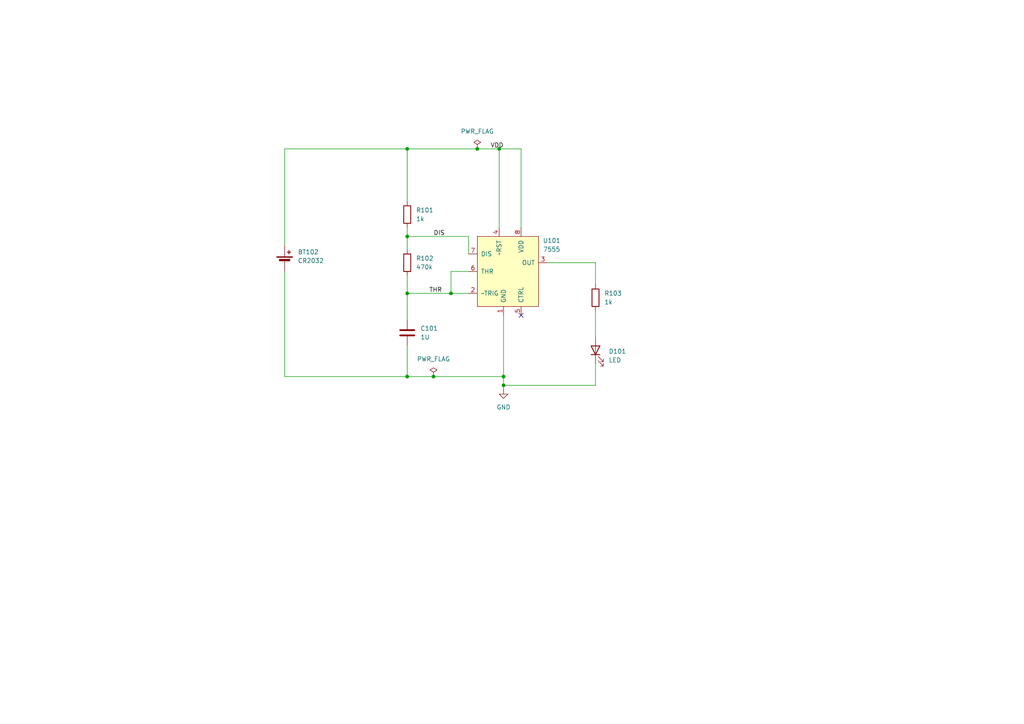
<source format=kicad_sch>
(kicad_sch (version 20250114) (generator "eeschema") (generator_version "9.0")
  (paper "A4")
  (lib_symbols
    (symbol "7555:7555" (pin_names (offset 1.016))
      (property "Reference" "U" (at 0 -3.302 0))
      (property "Value" "7555" (at 0 0 0))
      (symbol "7555_1_1"
        (rectangle (start -8.89 8.89) (end 8.89 -11.43) (fill (type background)))
        (pin input line (at -11.43 3.81 0) (length 2.54) (name "DIS") (number "7"))
        (pin input line (at -11.43 -1.27 0) (length 2.54) (name "THR") (number "6"))
        (pin input line (at -11.43 -7.62 0) (length 2.54) (name "~TRIG") (number "2"))
        (pin input line (at -2.54 11.43 270) (length 2.54) (name "~RST") (number "4"))
        (pin power_in line (at -1.27 -13.97 90) (length 2.54) (name "GND") (number "1"))
        (pin power_in line (at 3.81 11.43 270) (length 2.54) (name "VDD") (number "8"))
        (pin input line (at 3.81 -13.97 90) (length 2.54) (name "CTRL") (number "5"))
        (pin output line (at 11.43 1.27 180) (length 2.54) (name "OUT") (number "3"))
      )
    )
    (symbol "Device:Battery_Cell" (pin_numbers (hide yes)) (pin_names (offset 0) (hide yes))
      (property "Reference" "BT" (at 2.54 2.54 0))
      (property "Value" "Battery_Cell" (at 2.54 0 0))
      (symbol "Battery_Cell_0_1"
        (rectangle (start -2.286 1.778) (end 2.286 1.524) (fill (type outline)))
        (rectangle (start -1.524 1.016) (end 1.524 0.508) (fill (type outline)))
        (polyline (pts (xy 0 1.778) (xy 0 2.54)))
        (polyline (pts (xy 0 0.762) (xy 0 0)))
        (polyline (pts (xy 0.762 3.048) (xy 1.778 3.048)) (stroke (width 0.254)))
        (polyline (pts (xy 1.27 3.556) (xy 1.27 2.54)) (stroke (width 0.254)))
      )
      (symbol "Battery_Cell_1_1"
        (pin passive line (at 0 5.08 270) (length 2.54) (name "+") (number "1"))
        (pin passive line (at 0 -2.54 90) (length 2.54) (name "-") (number "2"))
      )
    )
    (symbol "Device:C" (pin_numbers (hide yes)) (pin_names (offset 0.254))
      (property "Reference" "C" (at 0.635 2.54 0))
      (property "Value" "C" (at 0.635 -2.54 0))
      (symbol "C_0_1"
        (polyline (pts (xy -2.032 0.762) (xy 2.032 0.762)) (stroke (width 0.508)))
        (polyline (pts (xy -2.032 -0.762) (xy 2.032 -0.762)) (stroke (width 0.508)))
      )
      (symbol "C_1_1"
        (pin passive line (at 0 3.81 270) (length 2.794) (name "~") (number "1"))
        (pin passive line (at 0 -3.81 90) (length 2.794) (name "~") (number "2"))
      )
    )
    (symbol "Device:LED" (pin_numbers (hide yes)) (pin_names (offset 1.016) (hide yes))
      (property "Reference" "D" (at 0 2.54 0))
      (property "Value" "LED" (at 0 -2.54 0))
      (symbol "LED_0_1"
        (polyline (pts (xy -3.048 -0.762) (xy -4.572 -2.286) (xy -3.81 -2.286) (xy -4.572 -2.286) (xy -4.572 -1.524)))
        (polyline (pts (xy -1.778 -0.762) (xy -3.302 -2.286) (xy -2.54 -2.286) (xy -3.302 -2.286) (xy -3.302 -1.524)))
        (polyline (pts (xy -1.27 0) (xy 1.27 0)))
        (polyline (pts (xy -1.27 -1.27) (xy -1.27 1.27)) (stroke (width 0.254)))
        (polyline (pts (xy 1.27 -1.27) (xy 1.27 1.27) (xy -1.27 0) (xy 1.27 -1.27)) (stroke (width 0.254)))
      )
      (symbol "LED_1_1"
        (pin passive line (at -3.81 0 0) (length 2.54) (name "K") (number "1"))
        (pin passive line (at 3.81 0 180) (length 2.54) (name "A") (number "2"))
      )
    )
    (symbol "Device:R" (pin_numbers (hide yes)) (pin_names (offset 0))
      (property "Reference" "R" (at 2.032 0 90))
      (property "Value" "R" (at 0 0 90))
      (symbol "R_0_1"
        (rectangle (start -1.016 -2.54) (end 1.016 2.54) (stroke (width 0.254)))
      )
      (symbol "R_1_1"
        (pin passive line (at 0 3.81 270) (length 1.27) (name "~") (number "1"))
        (pin passive line (at 0 -3.81 90) (length 1.27) (name "~") (number "2"))
      )
    )
    (symbol "power:GND" (power) (pin_numbers (hide yes)) (pin_names (offset 0) (hide yes))
      (property "Value" "GND" (at 0 -3.81 0))
      (symbol "GND_0_1"
        (polyline (pts (xy 0 0) (xy 0 -1.27) (xy 1.27 -1.27) (xy 0 -2.54) (xy -1.27 -1.27) (xy 0 -1.27)))
      )
      (symbol "GND_1_1"
        (pin power_in line (at 0 0 270) (length 0) (name "~") (number "1"))
      )
    )
    (symbol "power:PWR_FLAG" (power) (pin_numbers (hide yes)) (pin_names (offset 0) (hide yes))
      (property "Value" "PWR_FLAG" (at 0 3.81 0))
      (symbol "PWR_FLAG_0_0"
        (pin power_out line (at 0 0 90) (length 0) (name "~") (number "1"))
      )
      (symbol "PWR_FLAG_0_1"
        (polyline (pts (xy 0 0) (xy 0 1.27) (xy -1.016 1.905) (xy 0 2.54) (xy 1.016 1.905) (xy 0 1.27)))
      )
    )
  )
  (junction (at 118.11 68.58))
  (junction (at 118.11 43.18))
  (junction (at 125.73 109.22))
  (junction (at 146.05 109.22))
  (junction (at 144.78 43.18))
  (junction (at 130.81 85.09))
  (junction (at 118.11 109.22))
  (junction (at 138.43 43.18))
  (junction (at 118.11 85.09))
  (junction (at 146.05 111.76))
  (no_connect (at 151.13 91.44))
  (wire (pts (xy 146.05 109.22) (xy 146.05 111.76)))
  (wire (pts (xy 118.11 85.09) (xy 118.11 92.71)))
  (wire (pts (xy 118.11 85.09) (xy 130.81 85.09)))
  (wire (pts (xy 172.72 76.2) (xy 172.72 82.55)))
  (wire (pts (xy 144.78 43.18) (xy 151.13 43.18)))
  (wire (pts (xy 82.55 78.74) (xy 82.55 109.22)))
  (wire (pts (xy 130.81 78.74) (xy 130.81 85.09)))
  (wire (pts (xy 82.55 43.18) (xy 118.11 43.18)))
  (wire (pts (xy 118.11 68.58) (xy 118.11 72.39)))
  (wire (pts (xy 118.11 43.18) (xy 138.43 43.18)))
  (wire (pts (xy 135.89 78.74) (xy 130.81 78.74)))
  (wire (pts (xy 125.73 109.22) (xy 146.05 109.22)))
  (wire (pts (xy 118.11 66.04) (xy 118.11 68.58)))
  (wire (pts (xy 82.55 109.22) (xy 118.11 109.22)))
  (wire (pts (xy 144.78 43.18) (xy 144.78 66.04)))
  (wire (pts (xy 118.11 109.22) (xy 125.73 109.22)))
  (wire (pts (xy 82.55 43.18) (xy 82.55 71.12)))
  (wire (pts (xy 118.11 43.18) (xy 118.11 58.42)))
  (wire (pts (xy 118.11 100.33) (xy 118.11 109.22)))
  (wire (pts (xy 151.13 43.18) (xy 151.13 66.04)))
  (wire (pts (xy 135.89 73.66) (xy 135.89 68.58)))
  (wire (pts (xy 158.75 76.2) (xy 172.72 76.2)))
  (wire (pts (xy 135.89 68.58) (xy 118.11 68.58)))
  (wire (pts (xy 118.11 80.01) (xy 118.11 85.09)))
  (wire (pts (xy 146.05 111.76) (xy 146.05 113.03)))
  (wire (pts (xy 130.81 85.09) (xy 135.89 85.09)))
  (wire (pts (xy 172.72 111.76) (xy 146.05 111.76)))
  (wire (pts (xy 146.05 91.44) (xy 146.05 109.22)))
  (wire (pts (xy 172.72 105.41) (xy 172.72 111.76)))
  (wire (pts (xy 172.72 90.17) (xy 172.72 97.79)))
  (wire (pts (xy 138.43 43.18) (xy 144.78 43.18)))
  (label "THR" (at 124.46 85.09 0))
  (label "DIS" (at 125.73 68.58 0))
  (label "VDD" (at 142.24 43.18 0))
  (symbol (lib_id "power:PWR_FLAG") (at 125.73 109.22 0) (unit 1)
    (property "Reference" "#FLG0102" (effects (hide yes)))
    (property "Value" "PWR_FLAG" (at 125.73 104.14 0))
    (property "Description" "Special symbol for telling ERC where power comes from" (effects (hide yes)))
  )
  (symbol (lib_id "Device:R") (at 118.11 62.23 0) (unit 1)
    (property "Reference" "R101" (at 120.65 60.9599 0) (effects (justify left)))
    (property "Value" "1k" (at 120.65 63.4999 0) (effects (justify left)))
    (property "Footprint" "Resistor_SMD:R_0805_2012Metric_Pad1.20x1.40mm_HandSolder" (effects (hide yes)))
    (property "Description" "Resistor" (effects (hide yes)))
  )
  (symbol (lib_id "power:GND") (at 146.05 113.03 0) (unit 1)
    (property "Reference" "#PWR0101" (effects (hide yes)))
    (property "Value" "GND" (at 146.05 118.11 0))
    (property "Description" "Power symbol creates a global label with name \"GND\" , ground" (effects (hide yes)))
  )
  (symbol (lib_id "Device:R") (at 118.11 76.2 0) (unit 1)
    (property "Reference" "R102" (at 120.65 74.9299 0) (effects (justify left)))
    (property "Value" "470k" (at 120.65 77.4699 0) (effects (justify left)))
    (property "Footprint" "Resistor_SMD:R_0805_2012Metric_Pad1.20x1.40mm_HandSolder" (effects (hide yes)))
    (property "Description" "Resistor" (effects (hide yes)))
  )
  (symbol (lib_id "Device:R") (at 172.72 86.36 0) (unit 1)
    (property "Reference" "R103" (at 175.26 85.0899 0) (effects (justify left)))
    (property "Value" "1k" (at 175.26 87.6299 0) (effects (justify left)))
    (property "Footprint" "Resistor_SMD:R_0805_2012Metric_Pad1.20x1.40mm_HandSolder" (effects (hide yes)))
    (property "Description" "Resistor" (effects (hide yes)))
  )
  (symbol (lib_id "7555:7555") (at 147.32 77.47 0) (unit 1)
    (property "Reference" "U101" (at 160.02 69.7798 0))
    (property "Value" "7555" (at 160.02 72.3198 0))
    (property "Footprint" "Package_SO:SOIC-8_3.9x4.9mm_P1.27mm" (effects (hide yes)))
  )
  (symbol (lib_id "Device:LED") (at 172.72 101.6 90) (unit 1)
    (property "Reference" "D101" (at 176.53 101.9174 90) (effects (justify right)))
    (property "Value" "LED" (at 176.53 104.4574 90) (effects (justify right)))
    (property "Footprint" "LED_SMD:LED_0805_2012Metric_Pad1.15x1.40mm_HandSolder" (effects (hide yes)))
    (property "Description" "Light emitting diode" (effects (hide yes)))
    (property "Sim.Pins" "1=K 2=A" (effects (hide yes)))
  )
  (symbol (lib_id "Device:C") (at 118.11 96.52 0) (unit 1)
    (property "Reference" "C101" (at 121.92 95.2499 0) (effects (justify left)))
    (property "Value" "1U" (at 121.92 97.7899 0) (effects (justify left)))
    (property "Footprint" "Capacitor_SMD:C_0805_2012Metric_Pad1.18x1.45mm_HandSolder" (effects (hide yes)))
    (property "Description" "Unpolarized capacitor" (effects (hide yes)))
  )
  (symbol (lib_id "power:PWR_FLAG") (at 138.43 43.18 0) (unit 1)
    (property "Reference" "#FLG0101" (effects (hide yes)))
    (property "Value" "PWR_FLAG" (at 138.43 38.1 0))
    (property "Description" "Special symbol for telling ERC where power comes from" (effects (hide yes)))
  )
  (symbol (lib_id "Device:Battery_Cell") (at 82.55 76.2 0) (unit 1)
    (property "Reference" "BT102" (at 86.36 73.0884 0) (effects (justify left)))
    (property "Value" "CR2032" (at 86.36 75.6284 0) (effects (justify left)))
    (property "Footprint" "CoinBattery:S8211-46R" (effects (hide yes)))
    (property "Description" "Single-cell battery" (effects (hide yes)))
  )
)
</source>
